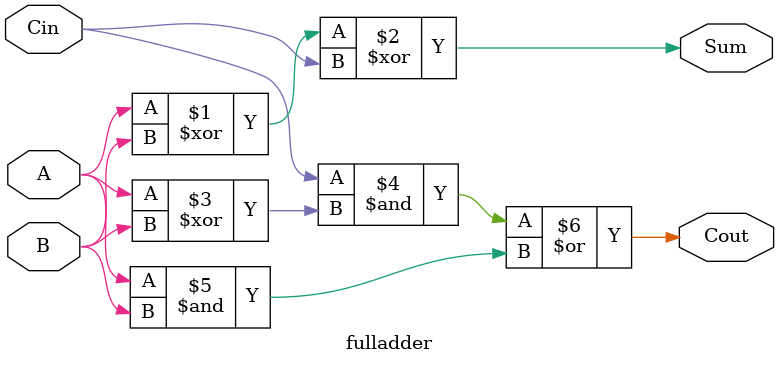
<source format=v>
`timescale 1ns / 1ps


module fulladder(
    input A,
    input B,
    input Cin,
    output Sum,
    output Cout
    );
    
    assign Sum = A ^ B ^ Cin;
    assign Cout = Cin & (A ^ B) | (A & B);
     
endmodule

</source>
